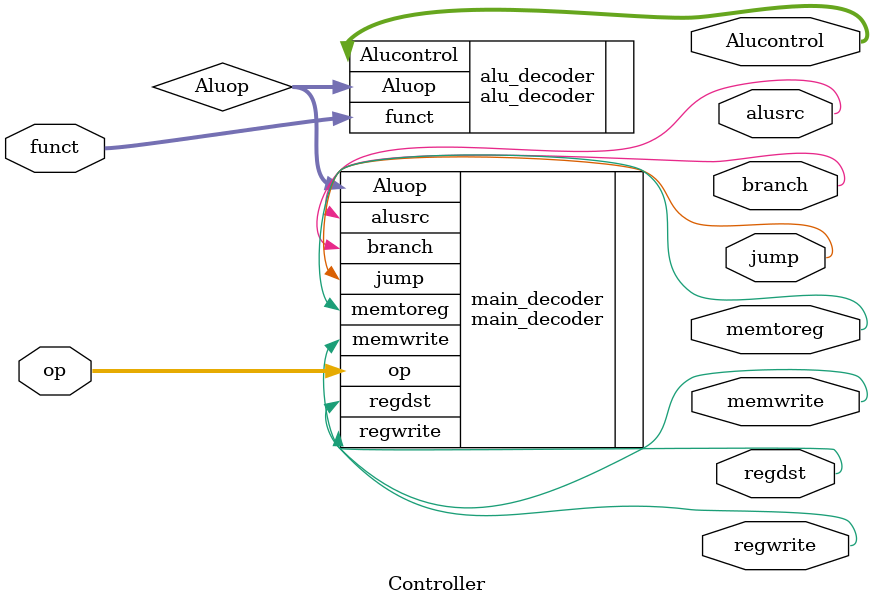
<source format=v>
`timescale 1ns / 1ps

module Controller(
    input wire [5:0]    op,
    input wire [5:0]    funct,
    output wire         jump,
    output wire         branch,
    output wire         alusrc,
    output wire         memwrite,
    output wire         memtoreg,
    output wire         regwrite,
    output wire         regdst,
    output wire [2:0]   Alucontrol
    );

wire [1:0]              Aluop;      

main_decoder main_decoder(
    .op(op),
    .jump(jump),
    .branch(branch),
    .alusrc(alusrc),
    .memwrite(memwrite),
    .memtoreg(memtoreg),
    .regwrite(regwrite),
    .regdst(regdst),
    .Aluop(Aluop)
);

alu_decoder alu_decoder(
    .funct(funct),
    .Aluop(Aluop),
    .Alucontrol(Alucontrol)
);

endmodule

</source>
